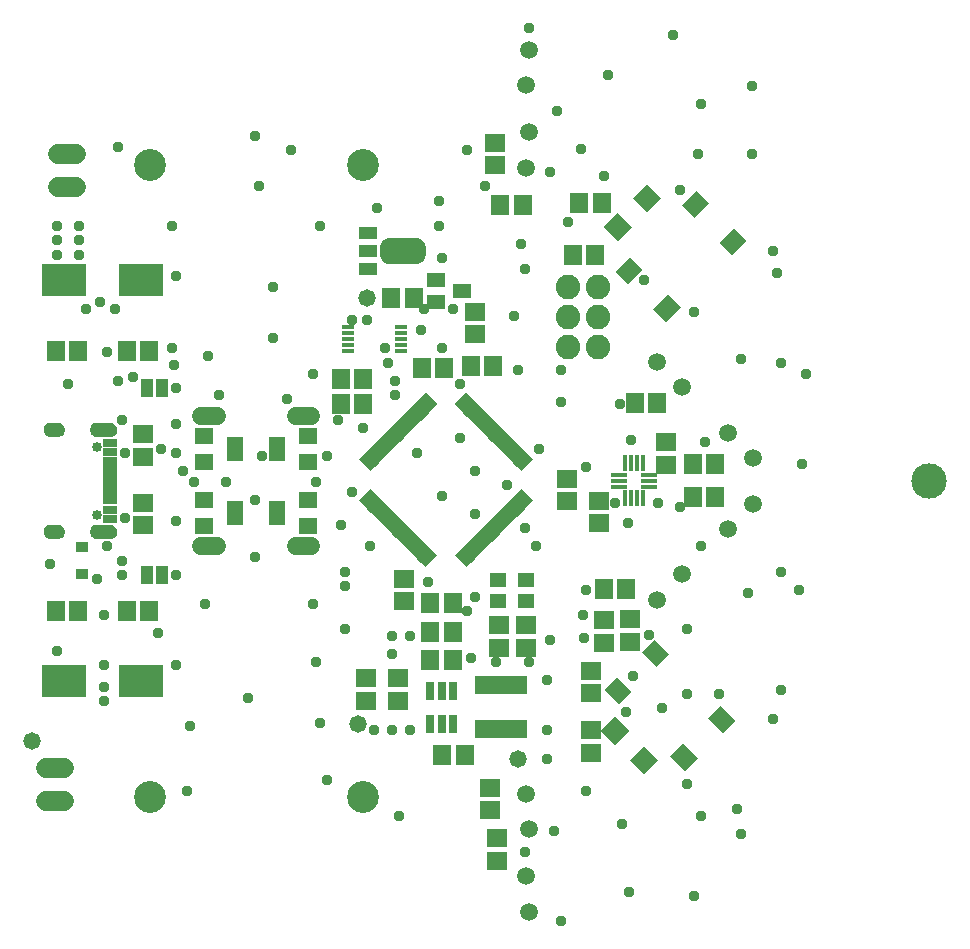
<source format=gbr>
G04 EAGLE Gerber RS-274X export*
G75*
%MOMM*%
%FSLAX34Y34*%
%LPD*%
%INSoldermask Top*%
%IPPOS*%
%AMOC8*
5,1,8,0,0,1.08239X$1,22.5*%
G01*
%ADD10R,1.503200X1.703200*%
%ADD11R,1.703200X1.503200*%
%ADD12C,1.511200*%
%ADD13C,2.703200*%
%ADD14R,0.453200X1.453200*%
%ADD15R,1.453200X0.453200*%
%ADD16R,1.403200X2.003200*%
%ADD17R,1.603200X1.403200*%
%ADD18C,1.511200*%
%ADD19R,1.203200X0.503200*%
%ADD20R,1.203200X0.803200*%
%ADD21C,0.853200*%
%ADD22R,1.803200X1.503200*%
%ADD23R,1.503200X1.803200*%
%ADD24R,3.703200X2.703200*%
%ADD25C,1.727200*%
%ADD26R,1.100000X0.400000*%
%ADD27R,0.753200X1.553200*%
%ADD28R,4.403200X1.603200*%
%ADD29R,1.603200X1.203200*%
%ADD30R,1.603200X1.003200*%
%ADD31R,1.600000X1.000000*%
%ADD32C,1.473200*%
%ADD33C,3.003200*%
%ADD34R,1.703200X1.703200*%
%ADD35C,2.082800*%
%ADD36R,1.033200X0.833200*%
%ADD37R,1.403200X1.303200*%
%ADD38R,1.503200X1.753200*%
%ADD39R,1.397000X0.508000*%
%ADD40R,1.003200X0.473200*%
%ADD41C,0.959600*%

G36*
X325384Y583377D02*
X325384Y583377D01*
X325718Y583387D01*
X325795Y583397D01*
X325873Y583401D01*
X326204Y583449D01*
X326536Y583492D01*
X326612Y583509D01*
X326689Y583520D01*
X327014Y583601D01*
X327339Y583675D01*
X327413Y583700D01*
X327489Y583718D01*
X327805Y583830D01*
X328122Y583935D01*
X328193Y583967D01*
X328266Y583993D01*
X328570Y584134D01*
X328875Y584270D01*
X328943Y584308D01*
X329013Y584341D01*
X329302Y584512D01*
X329592Y584676D01*
X329656Y584721D01*
X329723Y584761D01*
X329994Y584958D01*
X330267Y585150D01*
X330326Y585201D01*
X330389Y585247D01*
X330639Y585470D01*
X330892Y585687D01*
X330946Y585743D01*
X331005Y585795D01*
X331232Y586041D01*
X331463Y586282D01*
X331511Y586343D01*
X331564Y586401D01*
X331766Y586666D01*
X331973Y586930D01*
X332015Y586995D01*
X332062Y587057D01*
X332237Y587342D01*
X332418Y587623D01*
X332454Y587693D01*
X332495Y587759D01*
X332641Y588059D01*
X332794Y588357D01*
X332823Y588430D01*
X332857Y588500D01*
X332974Y588813D01*
X333097Y589124D01*
X333118Y589199D01*
X333146Y589272D01*
X333232Y589595D01*
X333324Y589916D01*
X333338Y589993D01*
X333358Y590068D01*
X333413Y590398D01*
X333473Y590727D01*
X333478Y590790D01*
X333493Y590882D01*
X333548Y591704D01*
X333545Y591797D01*
X333549Y591860D01*
X333549Y597110D01*
X333533Y597444D01*
X333523Y597778D01*
X333513Y597855D01*
X333509Y597933D01*
X333461Y598264D01*
X333418Y598596D01*
X333401Y598672D01*
X333390Y598749D01*
X333309Y599074D01*
X333235Y599399D01*
X333210Y599473D01*
X333192Y599549D01*
X333080Y599865D01*
X332975Y600182D01*
X332943Y600253D01*
X332917Y600326D01*
X332776Y600630D01*
X332640Y600935D01*
X332602Y601003D01*
X332569Y601073D01*
X332398Y601362D01*
X332234Y601652D01*
X332189Y601716D01*
X332149Y601783D01*
X331952Y602054D01*
X331760Y602327D01*
X331709Y602386D01*
X331663Y602449D01*
X331440Y602699D01*
X331223Y602952D01*
X331167Y603006D01*
X331115Y603065D01*
X330869Y603292D01*
X330628Y603523D01*
X330567Y603571D01*
X330509Y603624D01*
X330244Y603826D01*
X329981Y604033D01*
X329915Y604075D01*
X329853Y604122D01*
X329568Y604297D01*
X329287Y604478D01*
X329217Y604514D01*
X329151Y604555D01*
X328851Y604701D01*
X328553Y604854D01*
X328480Y604883D01*
X328410Y604917D01*
X328097Y605034D01*
X327786Y605157D01*
X327711Y605178D01*
X327638Y605206D01*
X327315Y605292D01*
X326994Y605384D01*
X326917Y605398D01*
X326842Y605418D01*
X326512Y605473D01*
X326183Y605533D01*
X326120Y605538D01*
X326028Y605553D01*
X325206Y605608D01*
X325113Y605605D01*
X325050Y605609D01*
X303300Y605609D01*
X302966Y605593D01*
X302632Y605583D01*
X302555Y605573D01*
X302477Y605569D01*
X302146Y605521D01*
X301814Y605478D01*
X301738Y605461D01*
X301661Y605450D01*
X301336Y605369D01*
X301011Y605295D01*
X300937Y605270D01*
X300861Y605252D01*
X300545Y605140D01*
X300228Y605035D01*
X300157Y605003D01*
X300084Y604977D01*
X299780Y604836D01*
X299475Y604700D01*
X299407Y604662D01*
X299337Y604629D01*
X299048Y604458D01*
X298758Y604294D01*
X298694Y604249D01*
X298627Y604209D01*
X298356Y604012D01*
X298083Y603820D01*
X298024Y603769D01*
X297961Y603723D01*
X297711Y603500D01*
X297458Y603283D01*
X297404Y603227D01*
X297346Y603175D01*
X297118Y602929D01*
X296887Y602688D01*
X296839Y602627D01*
X296786Y602569D01*
X296584Y602304D01*
X296377Y602041D01*
X296335Y601975D01*
X296288Y601913D01*
X296113Y601628D01*
X295932Y601347D01*
X295896Y601277D01*
X295855Y601211D01*
X295709Y600911D01*
X295556Y600613D01*
X295528Y600540D01*
X295493Y600470D01*
X295376Y600157D01*
X295253Y599846D01*
X295232Y599771D01*
X295204Y599698D01*
X295118Y599375D01*
X295026Y599054D01*
X295012Y598977D01*
X294992Y598902D01*
X294937Y598572D01*
X294877Y598243D01*
X294872Y598180D01*
X294857Y598088D01*
X294802Y597266D01*
X294805Y597173D01*
X294801Y597110D01*
X294801Y591860D01*
X294817Y591526D01*
X294827Y591192D01*
X294837Y591115D01*
X294841Y591037D01*
X294889Y590706D01*
X294932Y590374D01*
X294949Y590298D01*
X294960Y590221D01*
X295041Y589896D01*
X295115Y589571D01*
X295140Y589497D01*
X295158Y589421D01*
X295270Y589105D01*
X295375Y588788D01*
X295407Y588717D01*
X295433Y588644D01*
X295574Y588340D01*
X295710Y588035D01*
X295748Y587967D01*
X295781Y587897D01*
X295952Y587608D01*
X296116Y587318D01*
X296161Y587254D01*
X296201Y587187D01*
X296398Y586916D01*
X296590Y586643D01*
X296641Y586584D01*
X296687Y586521D01*
X296910Y586271D01*
X297127Y586018D01*
X297183Y585964D01*
X297235Y585906D01*
X297481Y585678D01*
X297722Y585447D01*
X297783Y585399D01*
X297841Y585346D01*
X298106Y585144D01*
X298370Y584937D01*
X298435Y584895D01*
X298497Y584848D01*
X298782Y584673D01*
X299063Y584492D01*
X299133Y584456D01*
X299199Y584415D01*
X299499Y584269D01*
X299797Y584116D01*
X299870Y584088D01*
X299940Y584053D01*
X300253Y583936D01*
X300564Y583813D01*
X300639Y583792D01*
X300712Y583764D01*
X301035Y583678D01*
X301356Y583586D01*
X301433Y583572D01*
X301508Y583552D01*
X301838Y583497D01*
X302167Y583437D01*
X302230Y583432D01*
X302322Y583417D01*
X303144Y583362D01*
X303237Y583365D01*
X303300Y583361D01*
X325050Y583361D01*
X325384Y583377D01*
G37*
G36*
X66805Y437154D02*
X66805Y437154D01*
X66807Y437151D01*
X68087Y437346D01*
X68093Y437352D01*
X68097Y437349D01*
X69301Y437824D01*
X69306Y437831D01*
X69311Y437829D01*
X70379Y438560D01*
X70382Y438567D01*
X70388Y438567D01*
X71267Y439517D01*
X71267Y439525D01*
X71273Y439526D01*
X71918Y440647D01*
X71917Y440656D01*
X71923Y440658D01*
X72302Y441895D01*
X72300Y441903D01*
X72304Y441906D01*
X72399Y443196D01*
X72396Y443201D01*
X72399Y443203D01*
X72332Y444334D01*
X72327Y444339D01*
X72331Y444343D01*
X72044Y445440D01*
X72038Y445444D01*
X72041Y445449D01*
X71546Y446468D01*
X71540Y446471D01*
X71541Y446476D01*
X70857Y447379D01*
X70850Y447381D01*
X70850Y447386D01*
X70003Y448139D01*
X69996Y448139D01*
X69995Y448144D01*
X69018Y448717D01*
X69011Y448716D01*
X69009Y448721D01*
X67938Y449092D01*
X67932Y449089D01*
X67929Y449094D01*
X66807Y449249D01*
X66802Y449246D01*
X66800Y449249D01*
X54800Y449249D01*
X54795Y449246D01*
X54792Y449249D01*
X53525Y449044D01*
X53519Y449038D01*
X53515Y449041D01*
X52325Y448559D01*
X52321Y448552D01*
X52315Y448554D01*
X51262Y447820D01*
X51260Y447812D01*
X51254Y447813D01*
X50391Y446863D01*
X50390Y446854D01*
X50385Y446854D01*
X49755Y445735D01*
X49756Y445727D01*
X49750Y445725D01*
X49385Y444495D01*
X49388Y444487D01*
X49383Y444484D01*
X49301Y443203D01*
X49304Y443199D01*
X49301Y443197D01*
X49383Y441916D01*
X49389Y441910D01*
X49385Y441905D01*
X49750Y440675D01*
X49757Y440670D01*
X49755Y440665D01*
X50385Y439546D01*
X50392Y439543D01*
X50391Y439537D01*
X51254Y438587D01*
X51262Y438586D01*
X51262Y438580D01*
X52315Y437846D01*
X52323Y437846D01*
X52325Y437841D01*
X53515Y437359D01*
X53522Y437361D01*
X53525Y437356D01*
X54792Y437151D01*
X54797Y437154D01*
X54800Y437151D01*
X66800Y437151D01*
X66805Y437154D01*
G37*
G36*
X66805Y350754D02*
X66805Y350754D01*
X66807Y350751D01*
X68087Y350946D01*
X68093Y350952D01*
X68097Y350949D01*
X69301Y351424D01*
X69306Y351431D01*
X69311Y351429D01*
X70379Y352160D01*
X70382Y352167D01*
X70388Y352167D01*
X71267Y353117D01*
X71267Y353125D01*
X71273Y353126D01*
X71918Y354247D01*
X71917Y354256D01*
X71923Y354258D01*
X72302Y355495D01*
X72300Y355503D01*
X72304Y355506D01*
X72399Y356796D01*
X72396Y356801D01*
X72399Y356803D01*
X72332Y357934D01*
X72327Y357939D01*
X72331Y357943D01*
X72044Y359040D01*
X72038Y359044D01*
X72041Y359049D01*
X71546Y360068D01*
X71540Y360071D01*
X71541Y360076D01*
X70857Y360979D01*
X70850Y360981D01*
X70850Y360986D01*
X70003Y361739D01*
X69996Y361739D01*
X69995Y361744D01*
X69018Y362317D01*
X69011Y362316D01*
X69009Y362321D01*
X67938Y362692D01*
X67932Y362689D01*
X67929Y362694D01*
X66807Y362849D01*
X66802Y362846D01*
X66800Y362849D01*
X54800Y362849D01*
X54795Y362846D01*
X54792Y362849D01*
X53525Y362644D01*
X53519Y362638D01*
X53515Y362641D01*
X52325Y362159D01*
X52321Y362152D01*
X52315Y362154D01*
X51262Y361420D01*
X51260Y361412D01*
X51254Y361413D01*
X50391Y360463D01*
X50390Y360454D01*
X50385Y360454D01*
X49755Y359335D01*
X49756Y359327D01*
X49750Y359325D01*
X49385Y358095D01*
X49388Y358087D01*
X49383Y358084D01*
X49301Y356803D01*
X49304Y356799D01*
X49301Y356797D01*
X49383Y355516D01*
X49389Y355510D01*
X49385Y355505D01*
X49750Y354275D01*
X49757Y354270D01*
X49755Y354265D01*
X50385Y353146D01*
X50392Y353143D01*
X50391Y353137D01*
X51254Y352187D01*
X51262Y352186D01*
X51262Y352180D01*
X52315Y351446D01*
X52323Y351446D01*
X52325Y351441D01*
X53515Y350959D01*
X53522Y350961D01*
X53525Y350956D01*
X54792Y350751D01*
X54797Y350754D01*
X54800Y350751D01*
X66800Y350751D01*
X66805Y350754D01*
G37*
G36*
X22003Y437153D02*
X22003Y437153D01*
X22005Y437151D01*
X23181Y437262D01*
X23186Y437267D01*
X23190Y437264D01*
X24322Y437602D01*
X24326Y437608D01*
X24331Y437606D01*
X25375Y438158D01*
X25378Y438165D01*
X25383Y438163D01*
X26299Y438909D01*
X26300Y438916D01*
X26306Y438916D01*
X27059Y439826D01*
X27059Y439833D01*
X27064Y439834D01*
X27625Y440873D01*
X27624Y440878D01*
X27628Y440880D01*
X27627Y440881D01*
X27629Y440882D01*
X27976Y442011D01*
X27976Y442012D01*
X27977Y442013D01*
X27974Y442017D01*
X27978Y442020D01*
X28099Y443195D01*
X28095Y443202D01*
X28099Y443206D01*
X27942Y444546D01*
X27937Y444552D01*
X27940Y444557D01*
X27489Y445828D01*
X27482Y445833D01*
X27484Y445838D01*
X26762Y446977D01*
X26754Y446980D01*
X26755Y446986D01*
X25797Y447936D01*
X25789Y447937D01*
X25788Y447943D01*
X24643Y448656D01*
X24635Y448655D01*
X24633Y448661D01*
X23357Y449101D01*
X23350Y449099D01*
X23347Y449103D01*
X22005Y449249D01*
X22002Y449247D01*
X22000Y449249D01*
X16000Y449249D01*
X15997Y449247D01*
X15994Y449249D01*
X14665Y449094D01*
X14659Y449088D01*
X14655Y449091D01*
X13394Y448644D01*
X13389Y448637D01*
X13384Y448639D01*
X12254Y447922D01*
X12251Y447915D01*
X12245Y447916D01*
X11303Y446966D01*
X11302Y446957D01*
X11296Y446957D01*
X10589Y445821D01*
X10590Y445813D01*
X10584Y445811D01*
X10148Y444546D01*
X10150Y444538D01*
X10145Y444536D01*
X10001Y443205D01*
X10005Y443199D01*
X10001Y443195D01*
X10111Y442029D01*
X10116Y442024D01*
X10113Y442020D01*
X10448Y440897D01*
X10454Y440893D01*
X10452Y440889D01*
X11000Y439853D01*
X11006Y439850D01*
X11005Y439845D01*
X11744Y438937D01*
X11751Y438935D01*
X11751Y438930D01*
X12653Y438183D01*
X12661Y438183D01*
X12661Y438178D01*
X13692Y437621D01*
X13699Y437622D01*
X13701Y437617D01*
X14820Y437273D01*
X14827Y437275D01*
X14830Y437271D01*
X15995Y437151D01*
X15998Y437153D01*
X16000Y437151D01*
X22000Y437151D01*
X22003Y437153D01*
G37*
G36*
X22003Y350753D02*
X22003Y350753D01*
X22005Y350751D01*
X23181Y350862D01*
X23186Y350867D01*
X23190Y350864D01*
X24322Y351202D01*
X24326Y351208D01*
X24331Y351206D01*
X25375Y351758D01*
X25378Y351765D01*
X25383Y351763D01*
X26299Y352509D01*
X26300Y352516D01*
X26306Y352516D01*
X27059Y353426D01*
X27059Y353433D01*
X27064Y353434D01*
X27625Y354473D01*
X27624Y354478D01*
X27628Y354480D01*
X27627Y354481D01*
X27629Y354482D01*
X27976Y355611D01*
X27976Y355612D01*
X27977Y355613D01*
X27974Y355617D01*
X27978Y355620D01*
X28099Y356795D01*
X28095Y356802D01*
X28099Y356806D01*
X27942Y358146D01*
X27937Y358152D01*
X27940Y358157D01*
X27489Y359428D01*
X27482Y359433D01*
X27484Y359438D01*
X26762Y360577D01*
X26754Y360580D01*
X26755Y360586D01*
X25797Y361536D01*
X25789Y361537D01*
X25788Y361543D01*
X24643Y362256D01*
X24635Y362255D01*
X24633Y362261D01*
X23357Y362701D01*
X23350Y362699D01*
X23347Y362703D01*
X22005Y362849D01*
X22002Y362847D01*
X22000Y362849D01*
X16000Y362849D01*
X15997Y362847D01*
X15994Y362849D01*
X14665Y362694D01*
X14659Y362688D01*
X14655Y362691D01*
X13394Y362244D01*
X13389Y362237D01*
X13384Y362239D01*
X12254Y361522D01*
X12251Y361515D01*
X12245Y361516D01*
X11303Y360566D01*
X11302Y360557D01*
X11296Y360557D01*
X10589Y359421D01*
X10590Y359413D01*
X10584Y359411D01*
X10148Y358146D01*
X10150Y358138D01*
X10145Y358136D01*
X10001Y356805D01*
X10005Y356799D01*
X10001Y356795D01*
X10111Y355629D01*
X10116Y355624D01*
X10113Y355620D01*
X10448Y354497D01*
X10454Y354493D01*
X10452Y354489D01*
X11000Y353453D01*
X11006Y353450D01*
X11005Y353445D01*
X11744Y352537D01*
X11751Y352535D01*
X11751Y352530D01*
X12653Y351783D01*
X12661Y351783D01*
X12661Y351778D01*
X13692Y351221D01*
X13699Y351222D01*
X13701Y351217D01*
X14820Y350873D01*
X14827Y350875D01*
X14830Y350871D01*
X15995Y350751D01*
X15998Y350753D01*
X16000Y350751D01*
X22000Y350751D01*
X22003Y350753D01*
G37*
D10*
X330020Y495240D03*
X349020Y495240D03*
X477036Y591272D03*
X458036Y591272D03*
D11*
X484192Y281964D03*
X484192Y262964D03*
D10*
X99500Y510000D03*
X80500Y510000D03*
X39500Y510000D03*
X20500Y510000D03*
X99500Y290000D03*
X80500Y290000D03*
X39500Y290000D03*
X20500Y290000D03*
D12*
X143460Y455000D02*
X156540Y455000D01*
X223460Y455000D02*
X236540Y455000D01*
D13*
X100000Y667500D03*
X280000Y667500D03*
D12*
X236540Y345000D02*
X223460Y345000D01*
X156540Y345000D02*
X143460Y345000D01*
D13*
X280000Y132500D03*
X100000Y132500D03*
D14*
X502500Y385000D03*
X507500Y385000D03*
X512500Y385000D03*
X517500Y385000D03*
D15*
X522500Y395000D03*
X522500Y400000D03*
X522500Y405000D03*
D14*
X517500Y415000D03*
X512500Y415000D03*
X507500Y415000D03*
X502500Y415000D03*
D15*
X497500Y405000D03*
X497500Y400000D03*
X497500Y395000D03*
D16*
X207856Y426952D03*
D17*
X233856Y437952D03*
X233856Y415952D03*
D16*
X172144Y426952D03*
D17*
X146144Y415952D03*
X146144Y437952D03*
D16*
X207856Y373048D03*
D17*
X233856Y384048D03*
X233856Y362048D03*
D16*
X172144Y373048D03*
D17*
X146144Y362048D03*
X146144Y384048D03*
D18*
X421307Y694943D03*
X418693Y665057D03*
X421307Y764943D03*
X418693Y735057D03*
X418693Y134943D03*
X421307Y105057D03*
X418693Y64943D03*
X421307Y35057D03*
X529393Y500607D03*
X550607Y479393D03*
X589393Y440607D03*
X610607Y419393D03*
X610607Y380607D03*
X589393Y359393D03*
X550607Y320607D03*
X529393Y299393D03*
D19*
X66600Y392500D03*
X66600Y397500D03*
D20*
X66600Y367750D03*
X66600Y375500D03*
D19*
X66600Y382500D03*
X66600Y387500D03*
X66600Y407500D03*
X66600Y402500D03*
D20*
X66600Y432250D03*
X66600Y424500D03*
D19*
X66600Y417500D03*
X66600Y412500D03*
D21*
X55550Y428900D03*
X55550Y371100D03*
D22*
X387808Y120980D03*
X387808Y139980D03*
D23*
X484148Y307888D03*
X503148Y307888D03*
X529500Y466096D03*
X510500Y466096D03*
X415556Y633272D03*
X396556Y633272D03*
D22*
X394280Y97204D03*
X394280Y78204D03*
D23*
X559644Y386096D03*
X578644Y386096D03*
X559644Y413904D03*
X578644Y413904D03*
D22*
X392000Y666860D03*
X392000Y685860D03*
D10*
X261524Y486384D03*
X280524Y486384D03*
X261524Y464568D03*
X280524Y464568D03*
D24*
X92500Y570000D03*
X27500Y570000D03*
X92500Y230000D03*
X27500Y230000D03*
D25*
X22380Y648730D02*
X37620Y648730D01*
X37620Y676670D02*
X22380Y676670D01*
D26*
X267500Y530000D03*
X267500Y525000D03*
X267500Y520000D03*
X267500Y515000D03*
X267500Y510000D03*
X312500Y510000D03*
X312500Y515000D03*
X312500Y520000D03*
X312500Y525000D03*
X312500Y530000D03*
D27*
X356452Y221895D03*
X346952Y221895D03*
X337452Y221895D03*
X337452Y194393D03*
X346952Y194393D03*
X356452Y194393D03*
D10*
X366452Y168144D03*
X347452Y168144D03*
D11*
X310000Y213884D03*
X310000Y232884D03*
X283048Y213884D03*
X283048Y232884D03*
D10*
X337452Y272048D03*
X356452Y272048D03*
X337260Y296592D03*
X356260Y296592D03*
X337452Y248144D03*
X356452Y248144D03*
D28*
X396952Y189644D03*
X396952Y226644D03*
D23*
X323444Y554736D03*
X304444Y554736D03*
D29*
X364568Y560832D03*
X342568Y551332D03*
X342568Y570332D03*
D30*
X284990Y609350D03*
X284990Y579370D03*
D31*
X285000Y594360D03*
D22*
X374904Y542900D03*
X374904Y523900D03*
D32*
X411480Y164592D03*
X283464Y554736D03*
X276160Y194216D03*
D33*
X760000Y400000D03*
D22*
X506888Y263836D03*
X506888Y282836D03*
D11*
X473840Y219828D03*
X473840Y238828D03*
D34*
G36*
X506427Y163722D02*
X518470Y175765D01*
X530513Y163722D01*
X518470Y151679D01*
X506427Y163722D01*
G37*
G36*
X481679Y188470D02*
X493722Y200513D01*
X505765Y188470D01*
X493722Y176427D01*
X481679Y188470D01*
G37*
G36*
X520662Y627283D02*
X508619Y639326D01*
X520662Y651369D01*
X532705Y639326D01*
X520662Y627283D01*
G37*
G36*
X495914Y602535D02*
X483871Y614578D01*
X495914Y626621D01*
X507957Y614578D01*
X495914Y602535D01*
G37*
D22*
X473544Y188788D03*
X473544Y169788D03*
D23*
X482340Y635088D03*
X463340Y635088D03*
D25*
X27620Y128730D02*
X12380Y128730D01*
X12380Y156670D02*
X27620Y156670D01*
D22*
X315216Y297724D03*
X315216Y316724D03*
D11*
X537176Y432460D03*
X537176Y413460D03*
D22*
X480000Y382836D03*
X480000Y363836D03*
X453320Y401604D03*
X453320Y382604D03*
D35*
X454152Y563880D03*
X479552Y563880D03*
X454152Y538480D03*
X479552Y538480D03*
X454152Y513080D03*
X479552Y513080D03*
D22*
X94488Y362356D03*
X94488Y381356D03*
X94488Y439268D03*
X94488Y420268D03*
D36*
X42672Y320732D03*
X42672Y343732D03*
D37*
X418318Y315902D03*
X394818Y315902D03*
X394818Y298402D03*
X418318Y298402D03*
D11*
X395624Y277724D03*
X395624Y258724D03*
X418192Y277724D03*
X418192Y258724D03*
D38*
G36*
X572504Y198685D02*
X583134Y209315D01*
X595530Y196919D01*
X584900Y186289D01*
X572504Y198685D01*
G37*
G36*
X516289Y254900D02*
X526919Y265530D01*
X539315Y253134D01*
X528685Y242504D01*
X516289Y254900D01*
G37*
G36*
X540685Y166866D02*
X551315Y177496D01*
X563711Y165100D01*
X553081Y154470D01*
X540685Y166866D01*
G37*
G36*
X484470Y223081D02*
X495100Y233711D01*
X507496Y221315D01*
X496866Y210685D01*
X484470Y223081D01*
G37*
G36*
X561315Y622504D02*
X550685Y633134D01*
X563081Y645530D01*
X573711Y634900D01*
X561315Y622504D01*
G37*
G36*
X505100Y566289D02*
X494470Y576919D01*
X506866Y589315D01*
X517496Y578685D01*
X505100Y566289D01*
G37*
G36*
X593134Y590685D02*
X582504Y601315D01*
X594900Y613711D01*
X605530Y603081D01*
X593134Y590685D01*
G37*
G36*
X536919Y534470D02*
X526289Y545100D01*
X538685Y557496D01*
X549315Y546866D01*
X536919Y534470D01*
G37*
D39*
G36*
X361711Y340320D02*
X371589Y330442D01*
X367997Y326850D01*
X358119Y336728D01*
X361711Y340320D01*
G37*
G36*
X365247Y343855D02*
X375125Y333977D01*
X371533Y330385D01*
X361655Y340263D01*
X365247Y343855D01*
G37*
G36*
X368782Y347391D02*
X378660Y337513D01*
X375068Y333921D01*
X365190Y343799D01*
X368782Y347391D01*
G37*
G36*
X372318Y350926D02*
X382196Y341048D01*
X378604Y337456D01*
X368726Y347334D01*
X372318Y350926D01*
G37*
G36*
X375853Y354462D02*
X385731Y344584D01*
X382139Y340992D01*
X372261Y350870D01*
X375853Y354462D01*
G37*
G36*
X379389Y357998D02*
X389267Y348120D01*
X385675Y344528D01*
X375797Y354406D01*
X379389Y357998D01*
G37*
G36*
X382924Y361533D02*
X392802Y351655D01*
X389210Y348063D01*
X379332Y357941D01*
X382924Y361533D01*
G37*
G36*
X386460Y365069D02*
X396338Y355191D01*
X392746Y351599D01*
X382868Y361477D01*
X386460Y365069D01*
G37*
G36*
X389995Y368604D02*
X399873Y358726D01*
X396281Y355134D01*
X386403Y365012D01*
X389995Y368604D01*
G37*
G36*
X393531Y372140D02*
X403409Y362262D01*
X399817Y358670D01*
X389939Y368548D01*
X393531Y372140D01*
G37*
G36*
X397066Y375675D02*
X406944Y365797D01*
X403352Y362205D01*
X393474Y372083D01*
X397066Y375675D01*
G37*
G36*
X400602Y379211D02*
X410480Y369333D01*
X406888Y365741D01*
X397010Y375619D01*
X400602Y379211D01*
G37*
G36*
X404138Y382746D02*
X414016Y372868D01*
X410424Y369276D01*
X400546Y379154D01*
X404138Y382746D01*
G37*
G36*
X407673Y386282D02*
X417551Y376404D01*
X413959Y372812D01*
X404081Y382690D01*
X407673Y386282D01*
G37*
G36*
X411209Y389817D02*
X421087Y379939D01*
X417495Y376347D01*
X407617Y386225D01*
X411209Y389817D01*
G37*
G36*
X414744Y393353D02*
X424622Y383475D01*
X421030Y379883D01*
X411152Y389761D01*
X414744Y393353D01*
G37*
G36*
X411152Y411759D02*
X421030Y421637D01*
X424622Y418045D01*
X414744Y408167D01*
X411152Y411759D01*
G37*
G36*
X407617Y415295D02*
X417495Y425173D01*
X421087Y421581D01*
X411209Y411703D01*
X407617Y415295D01*
G37*
G36*
X404081Y418830D02*
X413959Y428708D01*
X417551Y425116D01*
X407673Y415238D01*
X404081Y418830D01*
G37*
G36*
X400546Y422366D02*
X410424Y432244D01*
X414016Y428652D01*
X404138Y418774D01*
X400546Y422366D01*
G37*
G36*
X397010Y425901D02*
X406888Y435779D01*
X410480Y432187D01*
X400602Y422309D01*
X397010Y425901D01*
G37*
G36*
X393474Y429437D02*
X403352Y439315D01*
X406944Y435723D01*
X397066Y425845D01*
X393474Y429437D01*
G37*
G36*
X389939Y432972D02*
X399817Y442850D01*
X403409Y439258D01*
X393531Y429380D01*
X389939Y432972D01*
G37*
G36*
X386403Y436508D02*
X396281Y446386D01*
X399873Y442794D01*
X389995Y432916D01*
X386403Y436508D01*
G37*
G36*
X382868Y440043D02*
X392746Y449921D01*
X396338Y446329D01*
X386460Y436451D01*
X382868Y440043D01*
G37*
G36*
X379332Y443579D02*
X389210Y453457D01*
X392802Y449865D01*
X382924Y439987D01*
X379332Y443579D01*
G37*
G36*
X375797Y447114D02*
X385675Y456992D01*
X389267Y453400D01*
X379389Y443522D01*
X375797Y447114D01*
G37*
G36*
X372261Y450650D02*
X382139Y460528D01*
X385731Y456936D01*
X375853Y447058D01*
X372261Y450650D01*
G37*
G36*
X368726Y454186D02*
X378604Y464064D01*
X382196Y460472D01*
X372318Y450594D01*
X368726Y454186D01*
G37*
G36*
X365190Y457721D02*
X375068Y467599D01*
X378660Y464007D01*
X368782Y454129D01*
X365190Y457721D01*
G37*
G36*
X361655Y461257D02*
X371533Y471135D01*
X375125Y467543D01*
X365247Y457665D01*
X361655Y461257D01*
G37*
G36*
X358119Y464792D02*
X367997Y474670D01*
X371589Y471078D01*
X361711Y461200D01*
X358119Y464792D01*
G37*
G36*
X339713Y461200D02*
X329835Y471078D01*
X333427Y474670D01*
X343305Y464792D01*
X339713Y461200D01*
G37*
G36*
X336177Y457665D02*
X326299Y467543D01*
X329891Y471135D01*
X339769Y461257D01*
X336177Y457665D01*
G37*
G36*
X332642Y454129D02*
X322764Y464007D01*
X326356Y467599D01*
X336234Y457721D01*
X332642Y454129D01*
G37*
G36*
X329106Y450594D02*
X319228Y460472D01*
X322820Y464064D01*
X332698Y454186D01*
X329106Y450594D01*
G37*
G36*
X325571Y447058D02*
X315693Y456936D01*
X319285Y460528D01*
X329163Y450650D01*
X325571Y447058D01*
G37*
G36*
X322035Y443522D02*
X312157Y453400D01*
X315749Y456992D01*
X325627Y447114D01*
X322035Y443522D01*
G37*
G36*
X318500Y439987D02*
X308622Y449865D01*
X312214Y453457D01*
X322092Y443579D01*
X318500Y439987D01*
G37*
G36*
X314964Y436451D02*
X305086Y446329D01*
X308678Y449921D01*
X318556Y440043D01*
X314964Y436451D01*
G37*
G36*
X311429Y432916D02*
X301551Y442794D01*
X305143Y446386D01*
X315021Y436508D01*
X311429Y432916D01*
G37*
G36*
X307893Y429380D02*
X298015Y439258D01*
X301607Y442850D01*
X311485Y432972D01*
X307893Y429380D01*
G37*
G36*
X304358Y425845D02*
X294480Y435723D01*
X298072Y439315D01*
X307950Y429437D01*
X304358Y425845D01*
G37*
G36*
X300822Y422309D02*
X290944Y432187D01*
X294536Y435779D01*
X304414Y425901D01*
X300822Y422309D01*
G37*
G36*
X297286Y418774D02*
X287408Y428652D01*
X291000Y432244D01*
X300878Y422366D01*
X297286Y418774D01*
G37*
G36*
X293751Y415238D02*
X283873Y425116D01*
X287465Y428708D01*
X297343Y418830D01*
X293751Y415238D01*
G37*
G36*
X290215Y411703D02*
X280337Y421581D01*
X283929Y425173D01*
X293807Y415295D01*
X290215Y411703D01*
G37*
G36*
X286680Y408167D02*
X276802Y418045D01*
X280394Y421637D01*
X290272Y411759D01*
X286680Y408167D01*
G37*
G36*
X290272Y389761D02*
X280394Y379883D01*
X276802Y383475D01*
X286680Y393353D01*
X290272Y389761D01*
G37*
G36*
X293807Y386225D02*
X283929Y376347D01*
X280337Y379939D01*
X290215Y389817D01*
X293807Y386225D01*
G37*
G36*
X297343Y382690D02*
X287465Y372812D01*
X283873Y376404D01*
X293751Y386282D01*
X297343Y382690D01*
G37*
G36*
X300878Y379154D02*
X291000Y369276D01*
X287408Y372868D01*
X297286Y382746D01*
X300878Y379154D01*
G37*
G36*
X304414Y375619D02*
X294536Y365741D01*
X290944Y369333D01*
X300822Y379211D01*
X304414Y375619D01*
G37*
G36*
X307950Y372083D02*
X298072Y362205D01*
X294480Y365797D01*
X304358Y375675D01*
X307950Y372083D01*
G37*
G36*
X311485Y368548D02*
X301607Y358670D01*
X298015Y362262D01*
X307893Y372140D01*
X311485Y368548D01*
G37*
G36*
X315021Y365012D02*
X305143Y355134D01*
X301551Y358726D01*
X311429Y368604D01*
X315021Y365012D01*
G37*
G36*
X318556Y361477D02*
X308678Y351599D01*
X305086Y355191D01*
X314964Y365069D01*
X318556Y361477D01*
G37*
G36*
X322092Y357941D02*
X312214Y348063D01*
X308622Y351655D01*
X318500Y361533D01*
X322092Y357941D01*
G37*
G36*
X325627Y354406D02*
X315749Y344528D01*
X312157Y348120D01*
X322035Y357998D01*
X325627Y354406D01*
G37*
G36*
X329163Y350870D02*
X319285Y340992D01*
X315693Y344584D01*
X325571Y354462D01*
X329163Y350870D01*
G37*
G36*
X332698Y347334D02*
X322820Y337456D01*
X319228Y341048D01*
X329106Y350926D01*
X332698Y347334D01*
G37*
G36*
X336234Y343799D02*
X326356Y333921D01*
X322764Y337513D01*
X332642Y347391D01*
X336234Y343799D01*
G37*
G36*
X339769Y340263D02*
X329891Y330385D01*
X326299Y333977D01*
X336177Y343855D01*
X339769Y340263D01*
G37*
G36*
X343305Y336728D02*
X333427Y326850D01*
X329835Y330442D01*
X339713Y340320D01*
X343305Y336728D01*
G37*
D10*
X371500Y496824D03*
X390500Y496824D03*
D40*
X97382Y483536D03*
X97382Y478536D03*
X97382Y473536D03*
X109882Y473536D03*
X109882Y478536D03*
X109882Y483536D03*
X97382Y325040D03*
X97382Y320040D03*
X97382Y315040D03*
X109882Y315040D03*
X109882Y320040D03*
X109882Y325040D03*
D32*
X0Y180000D03*
D41*
X30480Y481584D03*
X60960Y286512D03*
X15240Y329184D03*
X118872Y512064D03*
X76200Y451104D03*
X320040Y188976D03*
X304800Y188976D03*
X320040Y268224D03*
X39624Y615696D03*
X39624Y603504D03*
X21336Y615696D03*
X21336Y603504D03*
X21336Y591312D03*
X39624Y591312D03*
X195072Y420624D03*
X188976Y384048D03*
X137160Y399288D03*
X332232Y545592D03*
X243840Y615696D03*
X118872Y615696D03*
X243840Y195072D03*
X134112Y192024D03*
X73152Y682752D03*
X192024Y649224D03*
X131064Y137160D03*
X310896Y115824D03*
X356616Y545592D03*
X529872Y381000D03*
X347472Y588264D03*
X188976Y691896D03*
X240792Y246888D03*
X182880Y216408D03*
X249936Y146304D03*
X121920Y243840D03*
X21336Y256032D03*
X289560Y188976D03*
X188976Y335280D03*
X393192Y246888D03*
X420624Y246888D03*
X467868Y266700D03*
X522732Y269748D03*
X374904Y301752D03*
X304800Y268224D03*
X304800Y252984D03*
X429768Y426720D03*
X335280Y313944D03*
X374904Y408432D03*
X448056Y27432D03*
X609600Y734568D03*
X347472Y387096D03*
X280416Y445008D03*
X362712Y481584D03*
X271272Y390144D03*
X347472Y512064D03*
X518160Y569976D03*
X326136Y423672D03*
X554736Y274320D03*
X502920Y204216D03*
X469392Y137160D03*
X435864Y188976D03*
X435864Y231648D03*
X408432Y539496D03*
X384048Y649224D03*
X344424Y637032D03*
X368808Y679704D03*
X438912Y661416D03*
X484632Y658368D03*
X487680Y743712D03*
X445008Y713232D03*
X627888Y594360D03*
X560832Y542544D03*
X655320Y490728D03*
X649224Y307848D03*
X606552Y304800D03*
X627888Y198120D03*
X554736Y143256D03*
X600456Y100584D03*
X505968Y51816D03*
X441960Y103632D03*
X569976Y432816D03*
X237744Y490728D03*
X204216Y521208D03*
X121920Y448056D03*
X146304Y295656D03*
X237744Y295656D03*
X219456Y679704D03*
X121920Y573024D03*
X204216Y563880D03*
X158496Y472440D03*
X64008Y509016D03*
X566448Y344424D03*
X554736Y219456D03*
X533400Y207264D03*
X566928Y719328D03*
X548640Y646176D03*
X600456Y502920D03*
X652272Y414528D03*
X582168Y219456D03*
X149352Y505968D03*
X216408Y469392D03*
X164592Y399288D03*
X240792Y399288D03*
X249936Y420624D03*
X259080Y451104D03*
X371856Y249936D03*
X499872Y109728D03*
X566928Y115824D03*
X466344Y286512D03*
X368808Y289560D03*
X504444Y364236D03*
X402336Y396240D03*
X507492Y434340D03*
X498348Y464820D03*
X435864Y164592D03*
X414528Y600456D03*
X57912Y551688D03*
X60960Y225552D03*
X70104Y545592D03*
X45720Y545592D03*
X60960Y213360D03*
X60960Y243840D03*
X54864Y316992D03*
X121920Y478536D03*
X120396Y498348D03*
X420624Y783336D03*
X121920Y320040D03*
X106680Y271272D03*
X438912Y265176D03*
X509016Y234696D03*
X265176Y274320D03*
X630936Y576072D03*
X609600Y676656D03*
X542544Y777240D03*
X633984Y499872D03*
X298704Y512064D03*
X329184Y527304D03*
X301752Y499872D03*
X128016Y408432D03*
X262128Y362712D03*
X121920Y365760D03*
X286512Y344424D03*
X417576Y359664D03*
X469392Y411480D03*
X426720Y344424D03*
X493776Y381000D03*
X79248Y423672D03*
X79248Y368808D03*
X64008Y344424D03*
X121920Y423672D03*
X271272Y536448D03*
X109728Y426720D03*
X283464Y536448D03*
X292608Y630936D03*
X344424Y615696D03*
X417576Y85344D03*
X464820Y681228D03*
X548640Y377952D03*
X448056Y493776D03*
X411480Y493776D03*
X454152Y618744D03*
X417576Y579120D03*
X307848Y484632D03*
X85344Y487680D03*
X307848Y472440D03*
X73152Y484632D03*
X265176Y310896D03*
X76200Y320040D03*
X265176Y323088D03*
X76200Y332232D03*
X560832Y48768D03*
X597408Y121920D03*
X633984Y222504D03*
X633984Y323088D03*
X362712Y435864D03*
X448056Y466344D03*
X374904Y371856D03*
X469392Y307848D03*
X563880Y676656D03*
M02*

</source>
